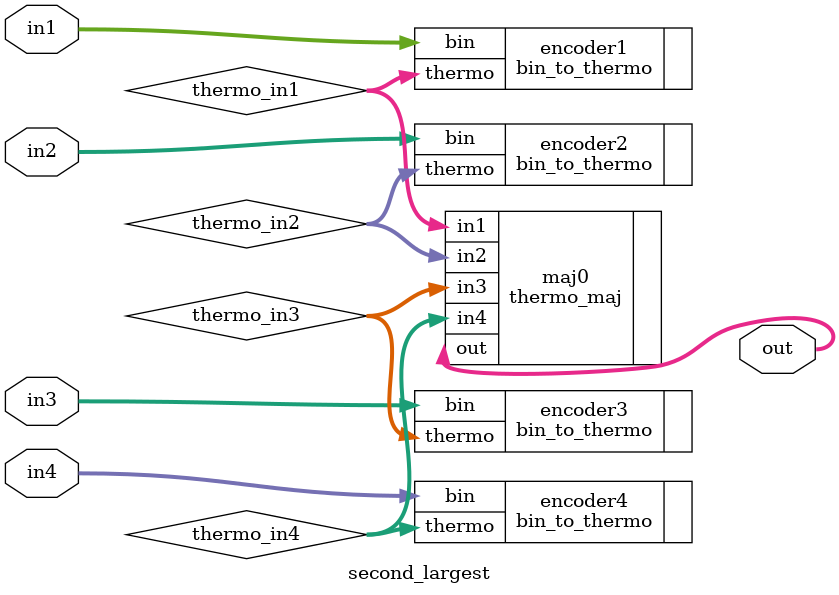
<source format=v>
`timescale 1ns/1ns

module second_largest(
    in1,
    in2,
    in3,
    in4,
    out
    );

// Inputs & outputs
input [3:0] in1;
input [3:0] in2;
input [3:0] in3;
input [3:0] in4;
output [3:0] out;

// Intermediate wires
wire [14:0] thermo_in1;
wire [14:0] thermo_in2;
wire [14:0] thermo_in3;
wire [14:0] thermo_in4;


bin_to_thermo encoder1(.bin(in1), .thermo(thermo_in1));
bin_to_thermo encoder2(.bin(in2), .thermo(thermo_in2));
bin_to_thermo encoder3(.bin(in3), .thermo(thermo_in3));
bin_to_thermo encoder4(.bin(in4), .thermo(thermo_in4));


thermo_maj maj0(
    .in1(thermo_in1),
    .in2(thermo_in2),
    .in3(thermo_in3),
    .in4(thermo_in4),
    .out(out)
    );


endmodule

</source>
